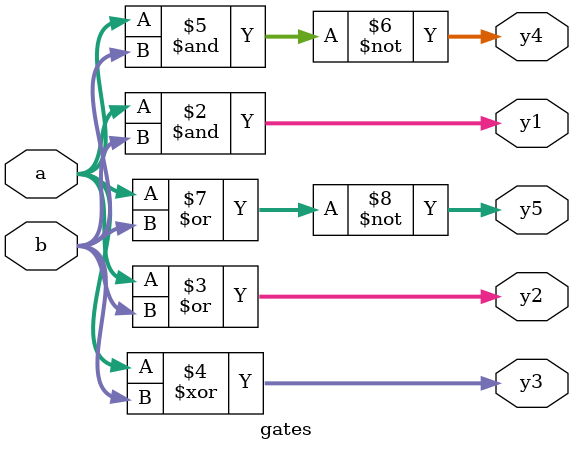
<source format=v>
`timescale 1ns / 1ps

module gates(input  [3:0] a, b,
output reg [3:0] y1, y2, y3, y4, y5);
always @(a,b)
begin
y1 = a & b;
y2 = a | b;
y3 = a ^ b;
y4 = ~(a & b);
y5 = ~(a | b);
end
endmodule

</source>
